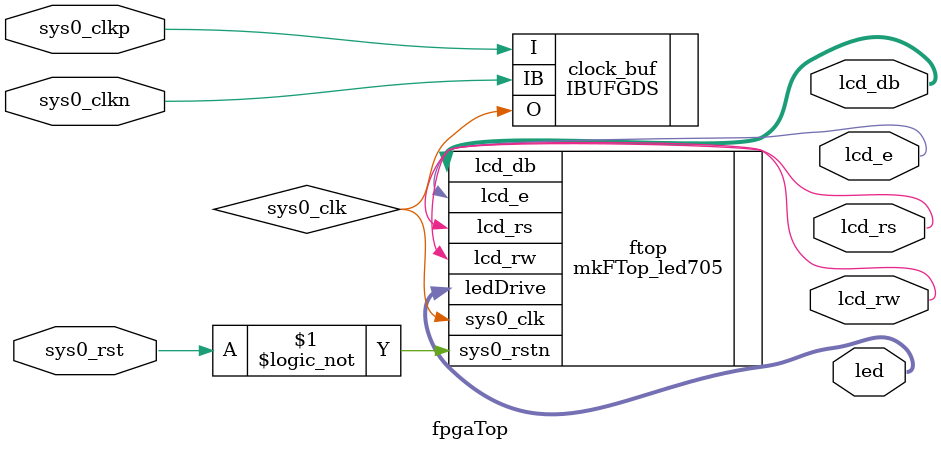
<source format=v>

module fpgaTop (
  input  wire        sys0_clkp,      // sys0 Clock +
  input  wire        sys0_clkn,      // sys0 Clock -
  input  wire        sys0_rst,       // sys0 Reset (active high)

  output wire [7:0]  led,            // leds
  output wire [3:0]  lcd_db,
  output wire        lcd_e,
  output wire        lcd_rs,
  output wire        lcd_rw


);

//ECO here
wire sys0_clk;
IBUFGDS clock_buf( .O(sys0_clk), .I(sys0_clkp), .IB(sys0_clkn));

// Instance and connect mkFTop...
 mkFTop_led705 ftop(
  .sys0_clk          (sys0_clk),
  .sys0_rstn         (!sys0_rst),   // Invert to make active-low

  .ledDrive          (led),
  .lcd_db            (lcd_db),
  .lcd_e             (lcd_e),
  .lcd_rs            (lcd_rs),
  .lcd_rw            (lcd_rw)
);

endmodule

</source>
